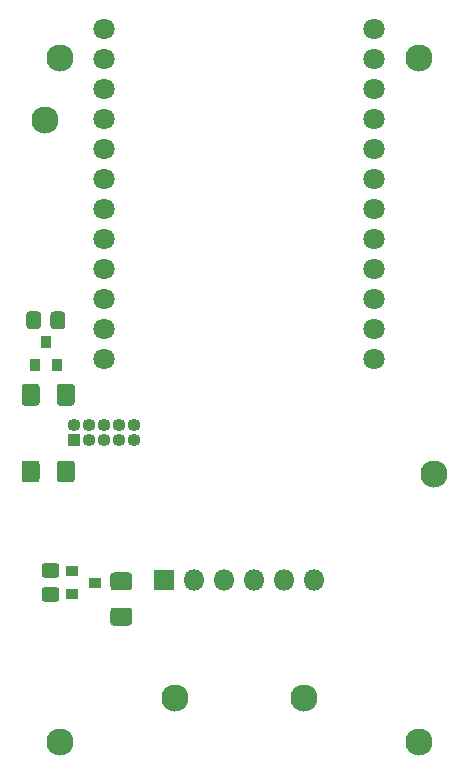
<source format=gbr>
%TF.GenerationSoftware,KiCad,Pcbnew,5.1.6*%
%TF.CreationDate,2020-09-04T21:44:15-07:00*%
%TF.ProjectId,sniffer,736e6966-6665-4722-9e6b-696361645f70,rev?*%
%TF.SameCoordinates,Original*%
%TF.FileFunction,Soldermask,Top*%
%TF.FilePolarity,Negative*%
%FSLAX46Y46*%
G04 Gerber Fmt 4.6, Leading zero omitted, Abs format (unit mm)*
G04 Created by KiCad (PCBNEW 5.1.6) date 2020-09-04 21:44:15*
%MOMM*%
%LPD*%
G01*
G04 APERTURE LIST*
%ADD10C,2.300000*%
%ADD11O,1.800000X1.800000*%
%ADD12R,1.800000X1.800000*%
%ADD13O,1.100000X1.100000*%
%ADD14R,1.100000X1.100000*%
%ADD15C,1.800000*%
%ADD16R,1.000000X0.900000*%
%ADD17R,0.900000X1.000000*%
G04 APERTURE END LIST*
D10*
%TO.C,J1*%
X125500000Y-94000000D03*
X114500000Y-94000000D03*
D11*
X126350000Y-84000000D03*
X123810000Y-84000000D03*
X121270000Y-84000000D03*
X118730000Y-84000000D03*
X116190000Y-84000000D03*
D12*
X113650000Y-84000000D03*
%TD*%
D13*
%TO.C,J2*%
X107230000Y-70900000D03*
X105960000Y-70900000D03*
X109770000Y-70900000D03*
X111040000Y-72170000D03*
X111040000Y-70900000D03*
X107230000Y-72170000D03*
X108500000Y-70900000D03*
X109770000Y-72170000D03*
D14*
X105960000Y-72170000D03*
D13*
X108500000Y-72170000D03*
D10*
X103500000Y-45000000D03*
X136500000Y-75000000D03*
%TD*%
%TO.C,H4*%
X135200000Y-97700000D03*
%TD*%
%TO.C,H3*%
X135200000Y-39800000D03*
%TD*%
%TO.C,H2*%
X104800000Y-97700000D03*
%TD*%
%TO.C,H1*%
X104800000Y-39800000D03*
%TD*%
D15*
%TO.C,U1*%
X108570000Y-65240000D03*
X108570000Y-62700000D03*
X108570000Y-60160000D03*
X108570000Y-57620000D03*
X108570000Y-55080000D03*
X108570000Y-52540000D03*
X108570000Y-50000000D03*
X108570000Y-47460000D03*
X108570000Y-44920000D03*
X108570000Y-42380000D03*
X108570000Y-39840000D03*
X108570000Y-37300000D03*
X131430000Y-65240000D03*
X131430000Y-62700000D03*
X131430000Y-60160000D03*
X131430000Y-57620000D03*
X131430000Y-55080000D03*
X131430000Y-52540000D03*
X131430000Y-50000000D03*
X131430000Y-47460000D03*
X131430000Y-44920000D03*
X131430000Y-42380000D03*
X131430000Y-39840000D03*
X131430000Y-37300000D03*
%TD*%
%TO.C,C1*%
G36*
G01*
X109342544Y-86325000D02*
X110657456Y-86325000D01*
G75*
G02*
X110925000Y-86592544I0J-267544D01*
G01*
X110925000Y-87582456D01*
G75*
G02*
X110657456Y-87850000I-267544J0D01*
G01*
X109342544Y-87850000D01*
G75*
G02*
X109075000Y-87582456I0J267544D01*
G01*
X109075000Y-86592544D01*
G75*
G02*
X109342544Y-86325000I267544J0D01*
G01*
G37*
G36*
G01*
X109342544Y-83350000D02*
X110657456Y-83350000D01*
G75*
G02*
X110925000Y-83617544I0J-267544D01*
G01*
X110925000Y-84607456D01*
G75*
G02*
X110657456Y-84875000I-267544J0D01*
G01*
X109342544Y-84875000D01*
G75*
G02*
X109075000Y-84607456I0J267544D01*
G01*
X109075000Y-83617544D01*
G75*
G02*
X109342544Y-83350000I267544J0D01*
G01*
G37*
%TD*%
%TO.C,C2*%
G36*
G01*
X104525000Y-75457456D02*
X104525000Y-74142544D01*
G75*
G02*
X104792544Y-73875000I267544J0D01*
G01*
X105782456Y-73875000D01*
G75*
G02*
X106050000Y-74142544I0J-267544D01*
G01*
X106050000Y-75457456D01*
G75*
G02*
X105782456Y-75725000I-267544J0D01*
G01*
X104792544Y-75725000D01*
G75*
G02*
X104525000Y-75457456I0J267544D01*
G01*
G37*
G36*
G01*
X101550000Y-75457456D02*
X101550000Y-74142544D01*
G75*
G02*
X101817544Y-73875000I267544J0D01*
G01*
X102807456Y-73875000D01*
G75*
G02*
X103075000Y-74142544I0J-267544D01*
G01*
X103075000Y-75457456D01*
G75*
G02*
X102807456Y-75725000I-267544J0D01*
G01*
X101817544Y-75725000D01*
G75*
G02*
X101550000Y-75457456I0J267544D01*
G01*
G37*
%TD*%
%TO.C,C3*%
G36*
G01*
X104525000Y-68957456D02*
X104525000Y-67642544D01*
G75*
G02*
X104792544Y-67375000I267544J0D01*
G01*
X105782456Y-67375000D01*
G75*
G02*
X106050000Y-67642544I0J-267544D01*
G01*
X106050000Y-68957456D01*
G75*
G02*
X105782456Y-69225000I-267544J0D01*
G01*
X104792544Y-69225000D01*
G75*
G02*
X104525000Y-68957456I0J267544D01*
G01*
G37*
G36*
G01*
X101550000Y-68957456D02*
X101550000Y-67642544D01*
G75*
G02*
X101817544Y-67375000I267544J0D01*
G01*
X102807456Y-67375000D01*
G75*
G02*
X103075000Y-67642544I0J-267544D01*
G01*
X103075000Y-68957456D01*
G75*
G02*
X102807456Y-69225000I-267544J0D01*
G01*
X101817544Y-69225000D01*
G75*
G02*
X101550000Y-68957456I0J267544D01*
G01*
G37*
%TD*%
D16*
%TO.C,Q1*%
X107800000Y-84200000D03*
X105800000Y-85150000D03*
X105800000Y-83250000D03*
%TD*%
D17*
%TO.C,Q2*%
X103600000Y-63800000D03*
X104550000Y-65800000D03*
X102650000Y-65800000D03*
%TD*%
%TO.C,R1*%
G36*
G01*
X103521738Y-84600000D02*
X104478262Y-84600000D01*
G75*
G02*
X104750000Y-84871738I0J-271738D01*
G01*
X104750000Y-85578262D01*
G75*
G02*
X104478262Y-85850000I-271738J0D01*
G01*
X103521738Y-85850000D01*
G75*
G02*
X103250000Y-85578262I0J271738D01*
G01*
X103250000Y-84871738D01*
G75*
G02*
X103521738Y-84600000I271738J0D01*
G01*
G37*
G36*
G01*
X103521738Y-82550000D02*
X104478262Y-82550000D01*
G75*
G02*
X104750000Y-82821738I0J-271738D01*
G01*
X104750000Y-83528262D01*
G75*
G02*
X104478262Y-83800000I-271738J0D01*
G01*
X103521738Y-83800000D01*
G75*
G02*
X103250000Y-83528262I0J271738D01*
G01*
X103250000Y-82821738D01*
G75*
G02*
X103521738Y-82550000I271738J0D01*
G01*
G37*
%TD*%
%TO.C,R2*%
G36*
G01*
X104000000Y-62478262D02*
X104000000Y-61521738D01*
G75*
G02*
X104271738Y-61250000I271738J0D01*
G01*
X104978262Y-61250000D01*
G75*
G02*
X105250000Y-61521738I0J-271738D01*
G01*
X105250000Y-62478262D01*
G75*
G02*
X104978262Y-62750000I-271738J0D01*
G01*
X104271738Y-62750000D01*
G75*
G02*
X104000000Y-62478262I0J271738D01*
G01*
G37*
G36*
G01*
X101950000Y-62478262D02*
X101950000Y-61521738D01*
G75*
G02*
X102221738Y-61250000I271738J0D01*
G01*
X102928262Y-61250000D01*
G75*
G02*
X103200000Y-61521738I0J-271738D01*
G01*
X103200000Y-62478262D01*
G75*
G02*
X102928262Y-62750000I-271738J0D01*
G01*
X102221738Y-62750000D01*
G75*
G02*
X101950000Y-62478262I0J271738D01*
G01*
G37*
%TD*%
M02*

</source>
